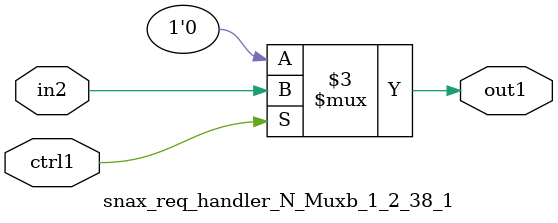
<source format=v>

`timescale 1ps / 1ps


module snax_req_handler_N_Muxb_1_2_38_1( in2, ctrl1, out1 );

    input in2;
    input ctrl1;
    output out1;
    reg out1;

    
    // rtl_process:snax_req_handler_N_Muxb_1_2_38_1/snax_req_handler_N_Muxb_1_2_38_1_thread_1
    always @*
      begin : snax_req_handler_N_Muxb_1_2_38_1_thread_1
        case (ctrl1) 
          1'b1: 
            begin
              out1 = in2;
            end
          default: 
            begin
              out1 = 1'b0;
            end
        endcase
      end

endmodule


</source>
